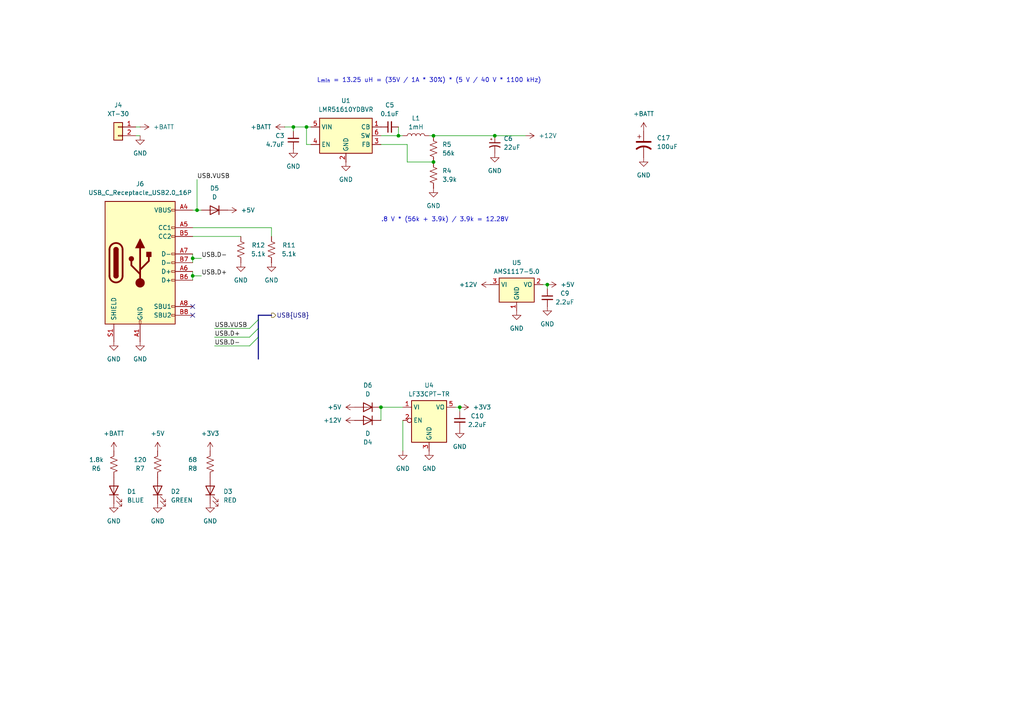
<source format=kicad_sch>
(kicad_sch (version 20231120) (generator "eeschema") (generator_version "8.0")
  (paper "A4")
  (lib_symbols
    (symbol "Connector:USB_C_Receptacle_USB2.0_16P" (pin_names (offset 1.016))
      (property "Reference" "J" (at 0 22.225 0))
      (property "Value" "USB_C_Receptacle_USB2.0_16P" (at 0 19.685 0))
      (symbol "USB_C_Receptacle_USB2.0_16P_0_0"
        (rectangle (start -0.254 -17.78) (end 0.254 -16.764))
        (rectangle (start 10.16 -14.986) (end 9.144 -15.494))
        (rectangle (start 10.16 -12.446) (end 9.144 -12.954))
        (rectangle (start 10.16 -4.826) (end 9.144 -5.334))
        (rectangle (start 10.16 -2.286) (end 9.144 -2.794))
        (rectangle (start 10.16 0.254) (end 9.144 -0.254))
        (rectangle (start 10.16 2.794) (end 9.144 2.286))
        (rectangle (start 10.16 7.874) (end 9.144 7.366))
        (rectangle (start 10.16 10.414) (end 9.144 9.906))
        (rectangle (start 10.16 15.494) (end 9.144 14.986))
      )
      (symbol "USB_C_Receptacle_USB2.0_16P_0_1"
        (rectangle (start -10.16 17.78) (end 10.16 -17.78) (stroke (width 0.254)) (fill (type background)))
        (arc (start -8.89 -3.81) (mid -6.985 -5.7067) (end -5.08 -3.81) (stroke (width 0.508)))
        (arc (start -7.62 -3.81) (mid -6.985 -4.4423) (end -6.35 -3.81) (stroke (width 0.254)))
        (arc (start -7.62 -3.81) (mid -6.985 -4.4423) (end -6.35 -3.81) (stroke (width 0.254)) (fill (type outline)))
        (rectangle (start -7.62 -3.81) (end -6.35 3.81) (stroke (width 0.254)) (fill (type outline)))
        (arc (start -6.35 3.81) (mid -6.985 4.4423) (end -7.62 3.81) (stroke (width 0.254)))
        (arc (start -6.35 3.81) (mid -6.985 4.4423) (end -7.62 3.81) (stroke (width 0.254)) (fill (type outline)))
        (arc (start -5.08 3.81) (mid -6.985 5.7067) (end -8.89 3.81) (stroke (width 0.508)))
        (circle (center -2.54 1.143) (radius 0.635) (stroke (width 0.254)) (fill (type outline)))
        (circle (center 0 -5.842) (radius 1.27) (fill (type outline)))
        (polyline (pts (xy -8.89 -3.81) (xy -8.89 3.81)) (stroke (width 0.508)))
        (polyline (pts (xy -5.08 3.81) (xy -5.08 -3.81)) (stroke (width 0.508)))
        (polyline (pts (xy 0 -5.842) (xy 0 4.318)) (stroke (width 0.508)))
        (polyline (pts (xy 0 -3.302) (xy -2.54 -0.762) (xy -2.54 0.508)) (stroke (width 0.508)))
        (polyline (pts (xy 0 -2.032) (xy 2.54 0.508) (xy 2.54 1.778)) (stroke (width 0.508)))
        (polyline (pts (xy -1.27 4.318) (xy 0 6.858) (xy 1.27 4.318) (xy -1.27 4.318)) (stroke (width 0.254)) (fill (type outline)))
        (rectangle (start 1.905 1.778) (end 3.175 3.048) (stroke (width 0.254)) (fill (type outline)))
      )
      (symbol "USB_C_Receptacle_USB2.0_16P_1_1"
        (pin passive line (at 0 -22.86 90) (length 5.08) (name "GND") (number "A1"))
        (pin passive line (at 0 -22.86 90) (length 5.08) hide (name "GND") (number "A12"))
        (pin passive line (at 15.24 15.24 180) (length 5.08) (name "VBUS") (number "A4"))
        (pin bidirectional line (at 15.24 10.16 180) (length 5.08) (name "CC1") (number "A5"))
        (pin bidirectional line (at 15.24 -2.54 180) (length 5.08) (name "D+") (number "A6"))
        (pin bidirectional line (at 15.24 2.54 180) (length 5.08) (name "D-") (number "A7"))
        (pin bidirectional line (at 15.24 -12.7 180) (length 5.08) (name "SBU1") (number "A8"))
        (pin passive line (at 15.24 15.24 180) (length 5.08) hide (name "VBUS") (number "A9"))
        (pin passive line (at 0 -22.86 90) (length 5.08) hide (name "GND") (number "B1"))
        (pin passive line (at 0 -22.86 90) (length 5.08) hide (name "GND") (number "B12"))
        (pin passive line (at 15.24 15.24 180) (length 5.08) hide (name "VBUS") (number "B4"))
        (pin bidirectional line (at 15.24 7.62 180) (length 5.08) (name "CC2") (number "B5"))
        (pin bidirectional line (at 15.24 -5.08 180) (length 5.08) (name "D+") (number "B6"))
        (pin bidirectional line (at 15.24 0 180) (length 5.08) (name "D-") (number "B7"))
        (pin bidirectional line (at 15.24 -15.24 180) (length 5.08) (name "SBU2") (number "B8"))
        (pin passive line (at 15.24 15.24 180) (length 5.08) hide (name "VBUS") (number "B9"))
        (pin passive line (at -7.62 -22.86 90) (length 5.08) (name "SHIELD") (number "S1"))
      )
    )
    (symbol "Connector_Generic:Conn_01x02" (pin_names (offset 1.016) hide)
      (property "Reference" "J" (at 0 2.54 0))
      (property "Value" "Conn_01x02" (at 0 -5.08 0))
      (symbol "Conn_01x02_1_1"
        (rectangle (start -1.27 -2.413) (end 0 -2.667) (stroke (width 0.1524)))
        (rectangle (start -1.27 0.127) (end 0 -0.127) (stroke (width 0.1524)))
        (rectangle (start -1.27 1.27) (end 1.27 -3.81) (stroke (width 0.254)) (fill (type background)))
        (pin passive line (at -5.08 0 0) (length 3.81) (name "Pin_1") (number "1"))
        (pin passive line (at -5.08 -2.54 0) (length 3.81) (name "Pin_2") (number "2"))
      )
    )
    (symbol "Device:C_Polarized_Small_US" (pin_numbers hide) (pin_names (offset 0.254) hide)
      (property "Reference" "C" (at 0.254 1.778 0))
      (property "Value" "C_Polarized_Small_US" (at 0.254 -2.032 0))
      (symbol "C_Polarized_Small_US_0_1"
        (polyline (pts (xy -1.524 0.508) (xy 1.524 0.508)) (stroke (width 0.3048)))
        (polyline (pts (xy -1.27 1.524) (xy -0.762 1.524)))
        (polyline (pts (xy -1.016 1.27) (xy -1.016 1.778)))
        (arc (start 1.524 -0.762) (mid 0 -0.3734) (end -1.524 -0.762) (stroke (width 0.3048)))
      )
      (symbol "C_Polarized_Small_US_1_1"
        (pin passive line (at 0 2.54 270) (length 2.032) (name "~") (number "1"))
        (pin passive line (at 0 -2.54 90) (length 2.032) (name "~") (number "2"))
      )
    )
    (symbol "Device:C_Polarized_US" (pin_numbers hide) (pin_names (offset 0.254) hide)
      (property "Reference" "C" (at 0.635 2.54 0))
      (property "Value" "C_Polarized_US" (at 0.635 -2.54 0))
      (symbol "C_Polarized_US_0_1"
        (polyline (pts (xy -2.032 0.762) (xy 2.032 0.762)) (stroke (width 0.508)))
        (polyline (pts (xy -1.778 2.286) (xy -0.762 2.286)))
        (polyline (pts (xy -1.27 1.778) (xy -1.27 2.794)))
        (arc (start 2.032 -1.27) (mid 0 -0.5572) (end -2.032 -1.27) (stroke (width 0.508)))
      )
      (symbol "C_Polarized_US_1_1"
        (pin passive line (at 0 3.81 270) (length 2.794) (name "~") (number "1"))
        (pin passive line (at 0 -3.81 90) (length 3.302) (name "~") (number "2"))
      )
    )
    (symbol "Device:C_Small" (pin_numbers hide) (pin_names (offset 0.254) hide)
      (property "Reference" "C" (at 0.254 1.778 0))
      (property "Value" "C_Small" (at 0.254 -2.032 0))
      (symbol "C_Small_0_1"
        (polyline (pts (xy -1.524 -0.508) (xy 1.524 -0.508)) (stroke (width 0.3302)))
        (polyline (pts (xy -1.524 0.508) (xy 1.524 0.508)) (stroke (width 0.3048)))
      )
      (symbol "C_Small_1_1"
        (pin passive line (at 0 2.54 270) (length 2.032) (name "~") (number "1"))
        (pin passive line (at 0 -2.54 90) (length 2.032) (name "~") (number "2"))
      )
    )
    (symbol "Device:D" (pin_numbers hide) (pin_names (offset 1.016) hide)
      (property "Reference" "D" (at 0 2.54 0))
      (property "Value" "D" (at 0 -2.54 0))
      (symbol "D_0_1"
        (polyline (pts (xy -1.27 1.27) (xy -1.27 -1.27)) (stroke (width 0.254)))
        (polyline (pts (xy 1.27 0) (xy -1.27 0)))
        (polyline (pts (xy 1.27 1.27) (xy 1.27 -1.27) (xy -1.27 0) (xy 1.27 1.27)) (stroke (width 0.254)))
      )
      (symbol "D_1_1"
        (pin passive line (at -3.81 0 0) (length 2.54) (name "K") (number "1"))
        (pin passive line (at 3.81 0 180) (length 2.54) (name "A") (number "2"))
      )
    )
    (symbol "Device:L" (pin_numbers hide) (pin_names (offset 1.016) hide)
      (property "Reference" "L" (at -1.27 0 90))
      (property "Value" "L" (at 1.905 0 90))
      (symbol "L_0_1"
        (arc (start 0 -2.54) (mid 0.6323 -1.905) (end 0 -1.27))
        (arc (start 0 -1.27) (mid 0.6323 -0.635) (end 0 0))
        (arc (start 0 0) (mid 0.6323 0.635) (end 0 1.27))
        (arc (start 0 1.27) (mid 0.6323 1.905) (end 0 2.54))
      )
      (symbol "L_1_1"
        (pin passive line (at 0 3.81 270) (length 1.27) (name "1") (number "1"))
        (pin passive line (at 0 -3.81 90) (length 1.27) (name "2") (number "2"))
      )
    )
    (symbol "Device:LED" (pin_numbers hide) (pin_names (offset 1.016) hide)
      (property "Reference" "D" (at 0 2.54 0))
      (property "Value" "LED" (at 0 -2.54 0))
      (symbol "LED_0_1"
        (polyline (pts (xy -1.27 -1.27) (xy -1.27 1.27)) (stroke (width 0.254)))
        (polyline (pts (xy -1.27 0) (xy 1.27 0)))
        (polyline (pts (xy 1.27 -1.27) (xy 1.27 1.27) (xy -1.27 0) (xy 1.27 -1.27)) (stroke (width 0.254)))
        (polyline (pts (xy -3.048 -0.762) (xy -4.572 -2.286) (xy -3.81 -2.286) (xy -4.572 -2.286) (xy -4.572 -1.524)))
        (polyline (pts (xy -1.778 -0.762) (xy -3.302 -2.286) (xy -2.54 -2.286) (xy -3.302 -2.286) (xy -3.302 -1.524)))
      )
      (symbol "LED_1_1"
        (pin passive line (at -3.81 0 0) (length 2.54) (name "K") (number "1"))
        (pin passive line (at 3.81 0 180) (length 2.54) (name "A") (number "2"))
      )
    )
    (symbol "Device:R_US" (pin_numbers hide) (pin_names (offset 0))
      (property "Reference" "R" (at 2.54 0 90))
      (property "Value" "R_US" (at -2.54 0 90))
      (symbol "R_US_0_1"
        (polyline (pts (xy 0 -2.286) (xy 0 -2.54)))
        (polyline (pts (xy 0 2.286) (xy 0 2.54)))
        (polyline (pts (xy 0 -0.762) (xy 1.016 -1.143) (xy 0 -1.524) (xy -1.016 -1.905) (xy 0 -2.286)))
        (polyline (pts (xy 0 0.762) (xy 1.016 0.381) (xy 0 0) (xy -1.016 -0.381) (xy 0 -0.762)))
        (polyline (pts (xy 0 2.286) (xy 1.016 1.905) (xy 0 1.524) (xy -1.016 1.143) (xy 0 0.762)))
      )
      (symbol "R_US_1_1"
        (pin passive line (at 0 3.81 270) (length 1.27) (name "~") (number "1"))
        (pin passive line (at 0 -3.81 90) (length 1.27) (name "~") (number "2"))
      )
    )
    (symbol "Regulator_Linear:AMS1117-5.0"
      (property "Reference" "U" (at -3.81 3.175 0))
      (property "Value" "AMS1117-5.0" (at 0 3.175 0))
      (symbol "AMS1117-5.0_0_1"
        (rectangle (start -5.08 -5.08) (end 5.08 1.905) (stroke (width 0.254)) (fill (type background)))
      )
      (symbol "AMS1117-5.0_1_1"
        (pin power_in line (at 0 -7.62 90) (length 2.54) (name "GND") (number "1"))
        (pin power_out line (at 7.62 0 180) (length 2.54) (name "VO") (number "2"))
        (pin power_in line (at -7.62 0 0) (length 2.54) (name "VI") (number "3"))
      )
    )
    (symbol "Regulator_Switching:LMR51430"
      (property "Reference" "U2" (at 0 10.16 0))
      (property "Value" "LMR51610" (at 0 7.62 0))
      (symbol "LMR51430_0_1"
        (rectangle (start -7.62 5.08) (end 7.62 -5.08) (stroke (width 0.254)) (fill (type background)))
      )
      (symbol "LMR51430_1_1"
        (pin passive line (at 10.16 2.54 180) (length 2.54) (name "CB") (number "1"))
        (pin power_in line (at 0 -7.62 90) (length 2.54) (name "GND") (number "2"))
        (pin input line (at 10.16 -2.54 180) (length 2.54) (name "FB") (number "3"))
        (pin input line (at -10.16 -2.54 0) (length 2.54) (name "EN") (number "4"))
        (pin power_in line (at -10.16 2.54 0) (length 2.54) (name "VIN") (number "5"))
        (pin power_out line (at 10.16 0 180) (length 2.54) (name "SW") (number "6"))
      )
    )
    (symbol "SJSU_common:LF33CPT-TR"
      (property "Reference" "U" (at -4.572 0 0))
      (property "Value" "LF33CPT-TR" (at 5.334 0 0))
      (symbol "LF33CPT-TR_0_1"
        (rectangle (start -5.08 -1.905) (end 5.08 -13.97) (stroke (width 0.254)) (fill (type background)))
      )
      (symbol "LF33CPT-TR_1_1"
        (pin power_in line (at -7.62 -3.81 0) (length 2.54) (name "VI") (number "1"))
        (pin input inverted (at -7.62 -7.62 0) (length 2.54) (name "EN") (number "2"))
        (pin power_in line (at 0 -16.51 90) (length 2.54) (name "GND") (number "3"))
        (pin power_out line (at 7.62 -3.81 180) (length 2.54) (name "VO") (number "5"))
      )
    )
    (symbol "power:+12V" (power) (pin_numbers hide) (pin_names (offset 0) hide)
      (property "Value" "+12V" (at 0 3.556 0))
      (symbol "+12V_0_1"
        (polyline (pts (xy -0.762 1.27) (xy 0 2.54)))
        (polyline (pts (xy 0 0) (xy 0 2.54)))
        (polyline (pts (xy 0 2.54) (xy 0.762 1.27)))
      )
      (symbol "+12V_1_1"
        (pin power_in line (at 0 0 90) (length 0) (name "~") (number "1"))
      )
    )
    (symbol "power:+3V3" (power) (pin_numbers hide) (pin_names (offset 0) hide)
      (property "Value" "+3V3" (at 0 3.556 0))
      (symbol "+3V3_0_1"
        (polyline (pts (xy -0.762 1.27) (xy 0 2.54)))
        (polyline (pts (xy 0 0) (xy 0 2.54)))
        (polyline (pts (xy 0 2.54) (xy 0.762 1.27)))
      )
      (symbol "+3V3_1_1"
        (pin power_in line (at 0 0 90) (length 0) (name "~") (number "1"))
      )
    )
    (symbol "power:+5V" (power) (pin_numbers hide) (pin_names (offset 0) hide)
      (property "Value" "+5V" (at 0 3.556 0))
      (symbol "+5V_0_1"
        (polyline (pts (xy -0.762 1.27) (xy 0 2.54)))
        (polyline (pts (xy 0 0) (xy 0 2.54)))
        (polyline (pts (xy 0 2.54) (xy 0.762 1.27)))
      )
      (symbol "+5V_1_1"
        (pin power_in line (at 0 0 90) (length 0) (name "~") (number "1"))
      )
    )
    (symbol "power:+BATT" (power) (pin_numbers hide) (pin_names (offset 0) hide)
      (property "Value" "+BATT" (at 0 3.556 0))
      (symbol "+BATT_0_1"
        (polyline (pts (xy -0.762 1.27) (xy 0 2.54)))
        (polyline (pts (xy 0 0) (xy 0 2.54)))
        (polyline (pts (xy 0 2.54) (xy 0.762 1.27)))
      )
      (symbol "+BATT_1_1"
        (pin power_in line (at 0 0 90) (length 0) (name "~") (number "1"))
      )
    )
    (symbol "power:GND" (power) (pin_numbers hide) (pin_names (offset 0) hide)
      (property "Value" "GND" (at 0 -3.81 0))
      (symbol "GND_0_1"
        (polyline (pts (xy 0 0) (xy 0 -1.27) (xy 1.27 -1.27) (xy 0 -2.54) (xy -1.27 -1.27) (xy 0 -1.27)))
      )
      (symbol "GND_1_1"
        (pin power_in line (at 0 0 270) (length 0) (name "~") (number "1"))
      )
    )
  )
  (bus_alias "GATE" (members "GATEH" "BOOTSTRAP" "SOURCE" "GATEL"))
  (junction (at 57.15 60.96))
  (junction (at 88.9 36.83))
  (junction (at 143.51 39.37))
  (junction (at 115.57 39.37))
  (junction (at 125.73 46.99))
  (junction (at 158.75 82.55))
  (junction (at 125.73 39.37))
  (junction (at 55.88 74.93))
  (junction (at 85.09 36.83))
  (junction (at 133.35 118.11))
  (junction (at 110.49 118.11))
  (junction (at 55.88 80.01))
  (no_connect (at 55.88 88.9))
  (no_connect (at 55.88 91.44))
  (bus_entry (at 74.93 92.71) (size -2.54 2.54))
  (bus_entry (at 74.93 97.79) (size -2.54 2.54))
  (bus_entry (at 74.93 95.25) (size -2.54 2.54))
  (wire (pts (xy 55.88 60.96) (xy 57.15 60.96)))
  (wire (pts (xy 110.49 41.91) (xy 118.11 41.91)))
  (wire (pts (xy 125.73 39.37) (xy 143.51 39.37)))
  (wire (pts (xy 55.88 73.66) (xy 55.88 74.93)))
  (wire (pts (xy 82.55 36.83) (xy 85.09 36.83)))
  (bus (pts (xy 74.93 97.79) (xy 74.93 104.14)))
  (wire (pts (xy 62.23 97.79) (xy 72.39 97.79)))
  (wire (pts (xy 55.88 80.01) (xy 55.88 81.28)))
  (wire (pts (xy 40.64 39.37) (xy 39.37 39.37)))
  (wire (pts (xy 118.11 41.91) (xy 118.11 46.99)))
  (wire (pts (xy 110.49 39.37) (xy 115.57 39.37)))
  (wire (pts (xy 85.09 36.83) (xy 88.9 36.83)))
  (wire (pts (xy 62.23 95.25) (xy 72.39 95.25)))
  (wire (pts (xy 158.75 82.55) (xy 157.48 82.55)))
  (wire (pts (xy 85.09 38.1) (xy 85.09 36.83)))
  (wire (pts (xy 158.75 83.82) (xy 158.75 82.55)))
  (wire (pts (xy 40.64 36.83) (xy 39.37 36.83)))
  (wire (pts (xy 57.15 52.07) (xy 57.15 60.96)))
  (bus (pts (xy 78.74 91.44) (xy 74.93 91.44)))
  (wire (pts (xy 58.42 74.93) (xy 55.88 74.93)))
  (wire (pts (xy 55.88 66.04) (xy 78.74 66.04)))
  (wire (pts (xy 88.9 36.83) (xy 90.17 36.83)))
  (bus (pts (xy 74.93 92.71) (xy 74.93 95.25)))
  (wire (pts (xy 57.15 60.96) (xy 58.42 60.96)))
  (wire (pts (xy 115.57 39.37) (xy 116.84 39.37)))
  (wire (pts (xy 133.35 118.11) (xy 132.08 118.11)))
  (bus (pts (xy 74.93 95.25) (xy 74.93 97.79)))
  (wire (pts (xy 116.84 121.92) (xy 116.84 130.81)))
  (wire (pts (xy 55.88 78.74) (xy 55.88 80.01)))
  (wire (pts (xy 110.49 118.11) (xy 116.84 118.11)))
  (wire (pts (xy 62.23 100.33) (xy 72.39 100.33)))
  (wire (pts (xy 78.74 68.58) (xy 78.74 66.04)))
  (wire (pts (xy 143.51 39.37) (xy 152.4 39.37)))
  (wire (pts (xy 133.35 119.38) (xy 133.35 118.11)))
  (wire (pts (xy 118.11 46.99) (xy 125.73 46.99)))
  (wire (pts (xy 55.88 68.58) (xy 69.85 68.58)))
  (wire (pts (xy 110.49 121.92) (xy 110.49 118.11)))
  (bus (pts (xy 74.93 91.44) (xy 74.93 92.71)))
  (wire (pts (xy 88.9 36.83) (xy 88.9 41.91)))
  (wire (pts (xy 55.88 74.93) (xy 55.88 76.2)))
  (wire (pts (xy 125.73 39.37) (xy 124.46 39.37)))
  (wire (pts (xy 55.88 80.01) (xy 58.42 80.01)))
  (wire (pts (xy 88.9 41.91) (xy 90.17 41.91)))
  (wire (pts (xy 115.57 36.83) (xy 115.57 39.37)))
  (text "L_{min} = 13.25 uH = (35V / 1A * 30%) * (5 V / 40 V * 1100 kHz)" (at 124.46 23.368 0) (effects (font (size 1.27 1.27))))
  (text ".8 V * (56k + 3.9k) / 3.9k = 12.28V" (at 129.032 63.754 0) (effects (font (size 1.27 1.27))))
  (label "USB.D+" (at 62.23 97.79 0))
  (label "USB.VUSB" (at 62.23 95.25 0))
  (label "USB.D-" (at 58.42 74.93 0))
  (label "USB.D+" (at 58.42 80.01 0))
  (label "USB.VUSB" (at 57.15 52.07 0))
  (label "USB.D-" (at 62.23 100.33 0))
  (hierarchical_label "USB{USB}" (shape output) (at 78.74 91.44 0))
  (symbol (lib_id "Device:R_US") (at 45.72 134.62 0) (mirror y) (unit 1)
    (property "Reference" "R7" (at 40.64 135.89 0))
    (property "Value" "120" (at 40.64 133.35 0))
    (property "Footprint" "Resistor_SMD:R_0603_1608Metric" (effects (hide yes)))
    (property "Description" "Resistor, US symbol" (effects (hide yes)))
  )
  (symbol (lib_id "power:GND") (at 33.02 99.06 0) (unit 1)
    (property "Reference" "#PWR018" (effects (hide yes)))
    (property "Value" "GND" (at 33.02 104.14 0))
    (property "Description" "Power symbol creates a global label with name \"GND\" , ground" (effects (hide yes)))
  )
  (symbol (lib_id "Device:LED") (at 60.96 142.24 90) (unit 1)
    (property "Reference" "D3" (at 64.77 142.5574 90) (effects (justify right)))
    (property "Value" "RED" (at 64.77 145.0974 90) (effects (justify right)))
    (property "Footprint" "LED_SMD:LED_0603_1608Metric" (effects (hide yes)))
    (property "Description" "Light emitting diode" (effects (hide yes)))
  )
  (symbol (lib_id "Device:C_Small") (at 133.35 121.92 0) (unit 1)
    (property "Reference" "C10" (at 138.4363 120.65 0))
    (property "Value" "2.2uF" (at 138.4363 123.19 0))
    (property "Footprint" "Capacitor_SMD:C_0603_1608Metric" (effects (hide yes)))
    (property "Description" "Unpolarized capacitor, small symbol" (effects (hide yes)))
  )
  (symbol (lib_id "Device:C_Polarized_US") (at 186.69 41.91 0) (unit 1)
    (property "Reference" "C17" (at 190.5 40.0049 0) (effects (justify left)))
    (property "Value" "100uF" (at 190.5 42.5449 0) (effects (justify left)))
    (property "Footprint" "Capacitor_THT:CP_Radial_D8.0mm_P3.80mm" (effects (hide yes)))
    (property "Description" "Polarized capacitor, US symbol" (effects (hide yes)))
  )
  (symbol (lib_id "power:GND") (at 100.33 46.99 0) (unit 1)
    (property "Reference" "#PWR011" (effects (hide yes)))
    (property "Value" "GND" (at 100.33 52.07 0))
    (property "Description" "Power symbol creates a global label with name \"GND\" , ground" (effects (hide yes)))
  )
  (symbol (lib_id "Device:R_US") (at 125.73 43.18 180) (unit 1)
    (property "Reference" "R5" (at 128.27 41.9099 0) (effects (justify right)))
    (property "Value" "56k" (at 128.27 44.4499 0) (effects (justify right)))
    (property "Footprint" "Resistor_SMD:R_0603_1608Metric" (effects (hide yes)))
    (property "Description" "Resistor, US symbol" (effects (hide yes)))
  )
  (symbol (lib_id "Connector:USB_C_Receptacle_USB2.0_16P") (at 40.64 76.2 0) (unit 1)
    (property "Reference" "J6" (at 40.64 53.34 0))
    (property "Value" "USB_C_Receptacle_USB2.0_16P" (at 40.64 55.88 0))
    (property "Footprint" "Connector_USB:USB_C_Receptacle_HRO_TYPE-C-31-M-12" (effects (hide yes)))
    (property "Datasheet" "https://www.usb.org/sites/default/files/documents/usb_type-c.zip" (effects (hide yes)))
    (property "Description" "USB 2.0-only 16P Type-C Receptacle connector" (effects (hide yes)))
  )
  (symbol (lib_id "power:+12V") (at 152.4 39.37 270) (unit 1)
    (property "Reference" "#PWR059" (effects (hide yes)))
    (property "Value" "+12V" (at 156.21 39.3699 90) (effects (justify left)))
    (property "Description" "Power symbol creates a global label with name \"+12V\"" (effects (hide yes)))
  )
  (symbol (lib_id "Device:D") (at 106.68 118.11 180) (unit 1)
    (property "Reference" "D6" (at 106.68 111.76 0))
    (property "Value" "D" (at 106.68 114.3 0))
    (property "Footprint" "Diode_SMD:D_SMA" (effects (hide yes)))
    (property "Description" "Diode" (effects (hide yes)))
    (property "Sim.Device" "D" (effects (hide yes)))
    (property "Sim.Pins" "1=K 2=A" (effects (hide yes)))
  )
  (symbol (lib_id "Regulator_Linear:AMS1117-5.0") (at 149.86 82.55 0) (unit 1)
    (property "Reference" "U5" (at 149.86 76.2 0))
    (property "Value" "AMS1117-5.0" (at 149.86 78.74 0))
    (property "Footprint" "Package_TO_SOT_SMD:SOT-223-3_TabPin2" (effects (hide yes)))
    (property "Datasheet" "http://www.advanced-monolithic.com/pdf/ds1117.pdf" (effects (hide yes)))
    (property "Description" "1A Low Dropout regulator, positive, 5.0V fixed output, SOT-223" (effects (hide yes)))
  )
  (symbol (lib_id "Device:C_Small") (at 113.03 36.83 90) (unit 1)
    (property "Reference" "C5" (at 113.0363 30.48 90))
    (property "Value" "0.1uF" (at 113.0363 33.02 90))
    (property "Footprint" "Capacitor_SMD:C_0603_1608Metric" (effects (hide yes)))
    (property "Description" "Unpolarized capacitor, small symbol" (effects (hide yes)))
  )
  (symbol (lib_id "Device:R_US") (at 78.74 72.39 0) (unit 1)
    (property "Reference" "R11" (at 83.82 71.12 0))
    (property "Value" "5.1k" (at 83.82 73.66 0))
    (property "Footprint" "Resistor_SMD:R_0603_1608Metric" (effects (hide yes)))
    (property "Description" "Resistor, US symbol" (effects (hide yes)))
  )
  (symbol (lib_id "Device:D") (at 106.68 121.92 0) (mirror y) (unit 1)
    (property "Reference" "D4" (at 106.68 128.27 0))
    (property "Value" "D" (at 106.68 125.73 0))
    (property "Footprint" "Diode_SMD:D_SMA" (effects (hide yes)))
    (property "Description" "Diode" (effects (hide yes)))
    (property "Sim.Device" "D" (effects (hide yes)))
    (property "Sim.Pins" "1=K 2=A" (effects (hide yes)))
  )
  (symbol (lib_id "power:GND") (at 186.69 45.72 0) (unit 1)
    (property "Reference" "#PWR065" (effects (hide yes)))
    (property "Value" "GND" (at 186.69 50.8 0))
    (property "Description" "Power symbol creates a global label with name \"GND\" , ground" (effects (hide yes)))
  )
  (symbol (lib_id "power:+BATT") (at 186.69 38.1 0) (unit 1)
    (property "Reference" "#PWR064" (effects (hide yes)))
    (property "Value" "+BATT" (at 186.69 33.02 0))
    (property "Description" "Power symbol creates a global label with name \"+BATT\"" (effects (hide yes)))
  )
  (symbol (lib_id "Device:R_US") (at 33.02 134.62 0) (mirror y) (unit 1)
    (property "Reference" "R6" (at 27.94 135.89 0))
    (property "Value" "1.8k" (at 27.94 133.35 0))
    (property "Footprint" "Resistor_SMD:R_0603_1608Metric" (effects (hide yes)))
    (property "Description" "Resistor, US symbol" (effects (hide yes)))
  )
  (symbol (lib_id "Device:C_Polarized_Small_US") (at 143.51 41.91 0) (unit 1)
    (property "Reference" "C6" (at 146.05 40.2081 0) (effects (justify left)))
    (property "Value" "22uF" (at 146.05 42.7481 0) (effects (justify left)))
    (property "Footprint" "Capacitor_Tantalum_SMD:CP_EIA-3528-12_Kemet-T_Pad1.50x2.35mm_HandSolder" (effects (hide yes)))
    (property "Description" "Polarized capacitor, small US symbol" (effects (hide yes)))
  )
  (symbol (lib_id "power:GND") (at 125.73 54.61 0) (unit 1)
    (property "Reference" "#PWR010" (effects (hide yes)))
    (property "Value" "GND" (at 125.73 59.69 0))
    (property "Description" "Power symbol creates a global label with name \"GND\" , ground" (effects (hide yes)))
  )
  (symbol (lib_id "power:GND") (at 143.51 44.45 0) (unit 1)
    (property "Reference" "#PWR014" (effects (hide yes)))
    (property "Value" "GND" (at 143.51 49.53 0))
    (property "Description" "Power symbol creates a global label with name \"GND\" , ground" (effects (hide yes)))
  )
  (symbol (lib_id "power:GND") (at 116.84 130.81 0) (unit 1)
    (property "Reference" "#PWR033" (effects (hide yes)))
    (property "Value" "GND" (at 116.84 135.89 0))
    (property "Description" "Power symbol creates a global label with name \"GND\" , ground" (effects (hide yes)))
  )
  (symbol (lib_id "SJSU_common:LF33CPT-TR") (at 124.46 114.3 0) (unit 1)
    (property "Reference" "U4" (at 124.46 111.76 0))
    (property "Value" "LF33CPT-TR" (at 124.46 114.3 0))
    (property "Footprint" "SJSU_common:TO-252AD" (effects (hide yes)))
    (property "Datasheet" "https://www.st.com/content/ccc/resource/technical/document/datasheet/c4/0e/7e/2a/be/bc/4c/bd/CD00000546.pdf/files/CD00000546.pdf/jcr:content/translations/en.CD00000546.pdf" (effects (hide yes)))
    (property "Description" "IC REG LINEAR 3.3V 500MA PPAK" (effects (hide yes)))
  )
  (symbol (lib_id "power:GND") (at 133.35 124.46 0) (unit 1)
    (property "Reference" "#PWR015" (effects (hide yes)))
    (property "Value" "GND" (at 133.35 129.54 0))
    (property "Description" "Power symbol creates a global label with name \"GND\" , ground" (effects (hide yes)))
  )
  (symbol (lib_id "power:+12V") (at 102.87 121.92 90) (unit 1)
    (property "Reference" "#PWR061" (effects (hide yes)))
    (property "Value" "+12V" (at 99.06 121.9199 90) (effects (justify left)))
    (property "Description" "Power symbol creates a global label with name \"+12V\"" (effects (hide yes)))
  )
  (symbol (lib_id "power:GND") (at 69.85 76.2 0) (unit 1)
    (property "Reference" "#PWR019" (effects (hide yes)))
    (property "Value" "GND" (at 69.85 81.28 0))
    (property "Description" "Power symbol creates a global label with name \"GND\" , ground" (effects (hide yes)))
  )
  (symbol (lib_id "Device:R_US") (at 60.96 134.62 0) (mirror y) (unit 1)
    (property "Reference" "R8" (at 55.88 135.89 0))
    (property "Value" "68" (at 55.88 133.35 0))
    (property "Footprint" "Resistor_SMD:R_0603_1608Metric" (effects (hide yes)))
    (property "Description" "Resistor, US symbol" (effects (hide yes)))
  )
  (symbol (lib_id "power:GND") (at 149.86 90.17 0) (unit 1)
    (property "Reference" "#PWR07" (effects (hide yes)))
    (property "Value" "GND" (at 149.86 95.25 0))
    (property "Description" "Power symbol creates a global label with name \"GND\" , ground" (effects (hide yes)))
  )
  (symbol (lib_id "Connector_Generic:Conn_01x02") (at 34.29 36.83 0) (mirror y) (unit 1)
    (property "Reference" "J4" (at 34.29 30.48 0))
    (property "Value" "XT-30" (at 34.29 33.02 0))
    (property "Footprint" "Connector_AMASS:AMASS_XT30U-M_1x02_P5.0mm_Vertical" (effects (hide yes)))
    (property "Description" "Generic connector, single row, 01x02, script generated (kicad-library-utils/schlib/autogen/connector/)" (effects (hide yes)))
  )
  (symbol (lib_id "power:+3V3") (at 133.35 118.11 270) (unit 1)
    (property "Reference" "#PWR023" (effects (hide yes)))
    (property "Value" "+3V3" (at 137.16 118.1099 90) (effects (justify left)))
    (property "Description" "Power symbol creates a global label with name \"+3V3\"" (effects (hide yes)))
  )
  (symbol (lib_id "power:GND") (at 40.64 99.06 0) (unit 1)
    (property "Reference" "#PWR017" (effects (hide yes)))
    (property "Value" "GND" (at 40.64 104.14 0))
    (property "Description" "Power symbol creates a global label with name \"GND\" , ground" (effects (hide yes)))
  )
  (symbol (lib_id "Device:C_Small") (at 158.75 86.36 0) (unit 1)
    (property "Reference" "C9" (at 163.8363 85.09 0))
    (property "Value" "2.2uF" (at 163.8363 87.63 0))
    (property "Footprint" "Capacitor_SMD:C_0603_1608Metric" (effects (hide yes)))
    (property "Description" "Unpolarized capacitor, small symbol" (effects (hide yes)))
  )
  (symbol (lib_id "power:+12V") (at 142.24 82.55 90) (unit 1)
    (property "Reference" "#PWR060" (effects (hide yes)))
    (property "Value" "+12V" (at 138.43 82.5499 90) (effects (justify left)))
    (property "Description" "Power symbol creates a global label with name \"+12V\"" (effects (hide yes)))
  )
  (symbol (lib_id "power:GND") (at 78.74 76.2 0) (unit 1)
    (property "Reference" "#PWR020" (effects (hide yes)))
    (property "Value" "GND" (at 78.74 81.28 0))
    (property "Description" "Power symbol creates a global label with name \"GND\" , ground" (effects (hide yes)))
  )
  (symbol (lib_id "power:+BATT") (at 40.64 36.83 270) (unit 1)
    (property "Reference" "#PWR02" (effects (hide yes)))
    (property "Value" "+BATT" (at 44.45 36.8299 90) (effects (justify left)))
    (property "Description" "Power symbol creates a global label with name \"+BATT\"" (effects (hide yes)))
  )
  (symbol (lib_id "Device:D") (at 62.23 60.96 180) (unit 1)
    (property "Reference" "D5" (at 62.23 54.61 0))
    (property "Value" "D" (at 62.23 57.15 0))
    (property "Footprint" "Diode_SMD:D_SMA" (effects (hide yes)))
    (property "Description" "Diode" (effects (hide yes)))
    (property "Sim.Device" "D" (effects (hide yes)))
    (property "Sim.Pins" "1=K 2=A" (effects (hide yes)))
  )
  (symbol (lib_id "power:GND") (at 33.02 146.05 0) (unit 1)
    (property "Reference" "#PWR050" (effects (hide yes)))
    (property "Value" "GND" (at 33.02 151.13 0))
    (property "Description" "Power symbol creates a global label with name \"GND\" , ground" (effects (hide yes)))
  )
  (symbol (lib_id "power:+5V") (at 45.72 130.81 0) (unit 1)
    (property "Reference" "#PWR051" (effects (hide yes)))
    (property "Value" "+5V" (at 45.72 125.73 0))
    (property "Description" "Power symbol creates a global label with name \"+5V\"" (effects (hide yes)))
  )
  (symbol (lib_id "Regulator_Switching:LMR51430") (at 100.33 39.37 0) (unit 1)
    (property "Reference" "U1" (at 100.33 29.21 0))
    (property "Value" "LMR51610YDBVR" (at 100.33 31.75 0))
    (property "Footprint" "Package_TO_SOT_SMD:SOT-23-6" (effects (hide yes)))
    (property "Datasheet" "https://www.ti.com/lit/ds/symlink/lmr51606.pdf" (effects (hide yes)))
    (property "Description" "4.5-V to 65-V, 3-A synchronous buck converter with 40-µA IQ, SOT-23-6" (effects (hide yes)))
  )
  (symbol (lib_id "Device:L") (at 120.65 39.37 90) (unit 1)
    (property "Reference" "L1" (at 120.65 34.29 90))
    (property "Value" "1mH" (at 120.65 36.83 90))
    (property "Footprint" "Inductor_SMD:L_Abracon_ASPI-4030S" (effects (hide yes)))
    (property "Datasheet" "https://abracon.com/Magnetics/power/ASPI-4030S.pdf" (effects (hide yes)))
    (property "Description" "ASPI-4030S-150M-T" (effects (hide yes)))
  )
  (symbol (lib_id "power:+BATT") (at 33.02 130.81 0) (unit 1)
    (property "Reference" "#PWR049" (effects (hide yes)))
    (property "Value" "+BATT" (at 33.02 125.73 0))
    (property "Description" "Power symbol creates a global label with name \"+BATT\"" (effects (hide yes)))
  )
  (symbol (lib_id "power:+5V") (at 158.75 82.55 270) (unit 1)
    (property "Reference" "#PWR022" (effects (hide yes)))
    (property "Value" "+5V" (at 162.56 82.5499 90) (effects (justify left)))
    (property "Description" "Power symbol creates a global label with name \"+5V\"" (effects (hide yes)))
  )
  (symbol (lib_id "Device:C_Small") (at 85.09 40.64 0) (mirror x) (unit 1)
    (property "Reference" "C3" (at 82.55 39.3635 0) (effects (justify right)))
    (property "Value" "4.7uF" (at 82.55 41.9035 0) (effects (justify right)))
    (property "Footprint" "Capacitor_SMD:C_1210_3225Metric" (effects (hide yes)))
    (property "Description" "Unpolarized capacitor, small symbol" (effects (hide yes)))
  )
  (symbol (lib_id "Device:R_US") (at 125.73 50.8 180) (unit 1)
    (property "Reference" "R4" (at 128.27 49.5299 0) (effects (justify right)))
    (property "Value" "3.9k" (at 128.27 52.0699 0) (effects (justify right)))
    (property "Footprint" "Resistor_SMD:R_0603_1608Metric" (effects (hide yes)))
    (property "Description" "Resistor, US symbol" (effects (hide yes)))
  )
  (symbol (lib_id "power:GND") (at 40.64 39.37 0) (unit 1)
    (property "Reference" "#PWR01" (effects (hide yes)))
    (property "Value" "GND" (at 40.64 44.45 0))
    (property "Description" "Power symbol creates a global label with name \"GND\" , ground" (effects (hide yes)))
  )
  (symbol (lib_id "power:GND") (at 158.75 88.9 0) (unit 1)
    (property "Reference" "#PWR055" (effects (hide yes)))
    (property "Value" "GND" (at 158.75 93.98 0))
    (property "Description" "Power symbol creates a global label with name \"GND\" , ground" (effects (hide yes)))
  )
  (symbol (lib_id "power:GND") (at 45.72 146.05 0) (unit 1)
    (property "Reference" "#PWR052" (effects (hide yes)))
    (property "Value" "GND" (at 45.72 151.13 0))
    (property "Description" "Power symbol creates a global label with name \"GND\" , ground" (effects (hide yes)))
  )
  (symbol (lib_id "Device:LED") (at 33.02 142.24 90) (unit 1)
    (property "Reference" "D1" (at 36.83 142.5574 90) (effects (justify right)))
    (property "Value" "BLUE" (at 36.83 145.0974 90) (effects (justify right)))
    (property "Footprint" "LED_SMD:LED_0603_1608Metric" (effects (hide yes)))
    (property "Description" "Light emitting diode" (effects (hide yes)))
  )
  (symbol (lib_id "power:+5V") (at 66.04 60.96 270) (unit 1)
    (property "Reference" "#PWR016" (effects (hide yes)))
    (property "Value" "+5V" (at 69.85 60.9599 90) (effects (justify left)))
    (property "Description" "Power symbol creates a global label with name \"+5V\"" (effects (hide yes)))
  )
  (symbol (lib_id "Device:R_US") (at 69.85 72.39 0) (unit 1)
    (property "Reference" "R12" (at 74.93 71.12 0))
    (property "Value" "5.1k" (at 74.93 73.66 0))
    (property "Footprint" "Resistor_SMD:R_0603_1608Metric" (effects (hide yes)))
    (property "Description" "Resistor, US symbol" (effects (hide yes)))
  )
  (symbol (lib_id "power:+3V3") (at 60.96 130.81 0) (unit 1)
    (property "Reference" "#PWR053" (effects (hide yes)))
    (property "Value" "+3V3" (at 60.96 125.73 0))
    (property "Description" "Power symbol creates a global label with name \"+3V3\"" (effects (hide yes)))
  )
  (symbol (lib_id "power:GND") (at 124.46 130.81 0) (unit 1)
    (property "Reference" "#PWR021" (effects (hide yes)))
    (property "Value" "GND" (at 124.46 135.89 0))
    (property "Description" "Power symbol creates a global label with name \"GND\" , ground" (effects (hide yes)))
  )
  (symbol (lib_id "power:+BATT") (at 82.55 36.83 90) (unit 1)
    (property "Reference" "#PWR012" (effects (hide yes)))
    (property "Value" "+BATT" (at 78.74 36.8299 90) (effects (justify left)))
    (property "Description" "Power symbol creates a global label with name \"+BATT\"" (effects (hide yes)))
  )
  (symbol (lib_id "Device:LED") (at 45.72 142.24 90) (unit 1)
    (property "Reference" "D2" (at 49.53 142.5574 90) (effects (justify right)))
    (property "Value" "GREEN" (at 49.53 145.0974 90) (effects (justify right)))
    (property "Footprint" "LED_SMD:LED_0603_1608Metric" (effects (hide yes)))
    (property "Description" "Light emitting diode" (effects (hide yes)))
  )
  (symbol (lib_id "power:GND") (at 85.09 43.18 0) (unit 1)
    (property "Reference" "#PWR013" (effects (hide yes)))
    (property "Value" "GND" (at 85.09 48.26 0))
    (property "Description" "Power symbol creates a global label with name \"GND\" , ground" (effects (hide yes)))
  )
  (symbol (lib_id "power:GND") (at 60.96 146.05 0) (unit 1)
    (property "Reference" "#PWR054" (effects (hide yes)))
    (property "Value" "GND" (at 60.96 151.13 0))
    (property "Description" "Power symbol creates a global label with name \"GND\" , ground" (effects (hide yes)))
  )
  (symbol (lib_id "power:+5V") (at 102.87 118.11 90) (unit 1)
    (property "Reference" "#PWR062" (effects (hide yes)))
    (property "Value" "+5V" (at 99.06 118.1099 90) (effects (justify left)))
    (property "Description" "Power symbol creates a global label with name \"+5V\"" (effects (hide yes)))
  )
)
</source>
